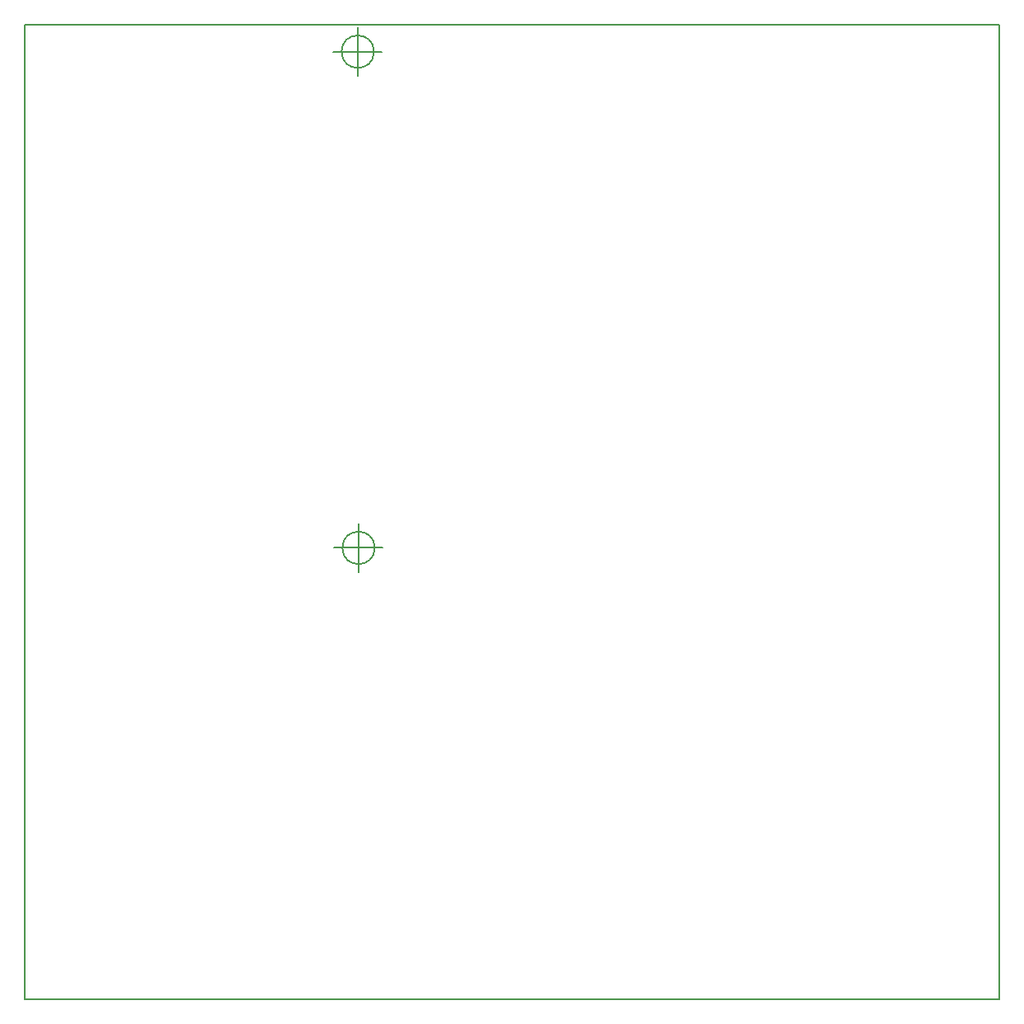
<source format=gm1>
G04 #@! TF.FileFunction,Profile,NP*
%FSLAX46Y46*%
G04 Gerber Fmt 4.6, Leading zero omitted, Abs format (unit mm)*
G04 Created by KiCad (PCBNEW 4.0.3-stable) date 06/29/17 20:57:41*
%MOMM*%
%LPD*%
G01*
G04 APERTURE LIST*
%ADD10C,0.100000*%
%ADD11C,0.150000*%
G04 APERTURE END LIST*
D10*
D11*
X150000000Y-50000000D02*
X150000000Y-150000000D01*
X50000000Y-150000000D02*
X50000000Y-50000000D01*
X150000000Y-150000000D02*
X50000000Y-150000000D01*
X50000000Y-50000000D02*
X150000000Y-50000000D01*
X85826876Y-52729889D02*
G75*
G03X85826876Y-52729889I-1666666J0D01*
G01*
X81660210Y-52729889D02*
X86660210Y-52729889D01*
X84160210Y-50229889D02*
X84160210Y-55229889D01*
X85903076Y-103682289D02*
G75*
G03X85903076Y-103682289I-1666666J0D01*
G01*
X81736410Y-103682289D02*
X86736410Y-103682289D01*
X84236410Y-101182289D02*
X84236410Y-106182289D01*
M02*

</source>
